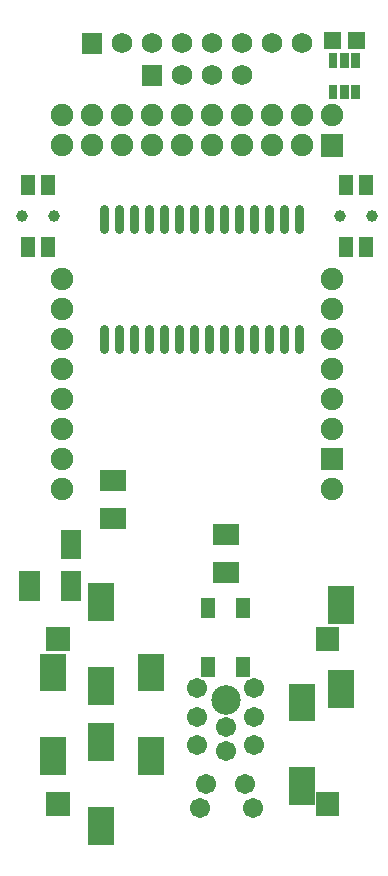
<source format=gts>
G04 Layer: TopSolderMaskLayer*
G04 EasyEDA v6.3.53, 2020-06-09T14:14:43+03:00*
G04 a51f4f2b25e24b5fbe4c92ec4cc42c38,99c43f6f433d4c2593b99c8e01114625,10*
G04 Gerber Generator version 0.2*
G04 Scale: 100 percent, Rotated: No, Reflected: No *
G04 Dimensions in millimeters *
G04 leading zeros omitted , absolute positions ,3 integer and 3 decimal *
%FSLAX33Y33*%
%MOMM*%
G90*
G71D02*

%ADD46C,0.803199*%
%ADD47C,1.703197*%
%ADD48C,2.503195*%
%ADD51C,1.903197*%
%ADD55C,1.727200*%
%ADD59C,1.003198*%

%LPD*%
G54D46*
G01X24003Y57088D02*
G01X24003Y55388D01*
G01X22733Y57088D02*
G01X22733Y55388D01*
G01X21463Y57088D02*
G01X21463Y55388D01*
G01X20193Y57088D02*
G01X20193Y55388D01*
G01X18923Y57088D02*
G01X18923Y55388D01*
G01X17653Y57088D02*
G01X17653Y55388D01*
G01X16383Y57088D02*
G01X16383Y55388D01*
G01X15113Y57088D02*
G01X15113Y55388D01*
G01X13843Y57088D02*
G01X13843Y55388D01*
G01X12573Y57088D02*
G01X12573Y55388D01*
G01X11303Y57088D02*
G01X11303Y55388D01*
G01X10033Y57088D02*
G01X10033Y55388D01*
G01X8763Y57088D02*
G01X8763Y55388D01*
G01X7493Y57088D02*
G01X7493Y55388D01*
G01X24003Y46973D02*
G01X24003Y45273D01*
G01X22733Y46973D02*
G01X22733Y45273D01*
G01X21463Y46973D02*
G01X21463Y45273D01*
G01X20193Y46973D02*
G01X20193Y45273D01*
G01X18923Y46973D02*
G01X18923Y45273D01*
G01X17653Y46973D02*
G01X17653Y45273D01*
G01X16383Y46973D02*
G01X16383Y45273D01*
G01X15113Y46973D02*
G01X15113Y45273D01*
G01X13843Y46973D02*
G01X13843Y45273D01*
G01X12573Y46973D02*
G01X12573Y45273D01*
G01X11303Y46973D02*
G01X11303Y45273D01*
G01X10033Y46973D02*
G01X10033Y45273D01*
G01X8763Y46973D02*
G01X8763Y45273D01*
G01X7493Y46973D02*
G01X7493Y45273D01*
G54D47*
G01X15367Y16510D03*
G01X15367Y11684D03*
G01X20193Y16510D03*
G01X20193Y11684D03*
G54D48*
G01X17780Y15494D03*
G54D47*
G01X16129Y8382D03*
G01X19431Y8382D03*
G01X17780Y13208D03*
G01X15367Y14097D03*
G01X20193Y14097D03*
G01X15621Y6350D03*
G01X20066Y6350D03*
G01X17780Y11176D03*
G36*
G01X2583Y5715D02*
G01X2583Y7716D01*
G01X4584Y7716D01*
G01X4584Y5715D01*
G01X2583Y5715D01*
G37*
G36*
G01X2583Y19715D02*
G01X2583Y21717D01*
G01X4584Y21717D01*
G01X4584Y19715D01*
G01X2583Y19715D01*
G37*
G36*
G01X25387Y5715D02*
G01X25387Y7716D01*
G01X27388Y7716D01*
G01X27388Y5715D01*
G01X25387Y5715D01*
G37*
G36*
G01X25387Y19715D02*
G01X25387Y21717D01*
G01X27388Y21717D01*
G01X27388Y19715D01*
G01X25387Y19715D01*
G37*
G36*
G01X25844Y61531D02*
G01X25844Y63436D01*
G01X27749Y63436D01*
G01X27749Y61531D01*
G01X25844Y61531D01*
G37*
G54D51*
G01X26797Y65024D03*
G01X24257Y62484D03*
G01X24257Y65024D03*
G01X21717Y62484D03*
G01X21717Y65024D03*
G01X19177Y62484D03*
G01X19177Y65024D03*
G01X16637Y62484D03*
G01X16637Y65024D03*
G01X14097Y62484D03*
G01X14097Y65024D03*
G01X11557Y62484D03*
G01X11557Y65024D03*
G01X9017Y62484D03*
G01X9017Y65024D03*
G01X6477Y62484D03*
G01X6477Y65024D03*
G01X3937Y62484D03*
G01X3937Y65024D03*
G36*
G01X28125Y70667D02*
G01X28125Y72077D01*
G01X29535Y72077D01*
G01X29535Y70667D01*
G01X28125Y70667D01*
G37*
G36*
G01X26144Y70667D02*
G01X26144Y72077D01*
G01X27553Y72077D01*
G01X27553Y70667D01*
G01X26144Y70667D01*
G37*
G01X3937Y33401D03*
G01X3937Y35941D03*
G01X3937Y38481D03*
G01X3937Y41021D03*
G01X3937Y43561D03*
G01X3937Y46101D03*
G01X3937Y48641D03*
G01X3937Y51181D03*
G01X26797Y33401D03*
G36*
G01X25844Y34988D02*
G01X25844Y36893D01*
G01X27749Y36893D01*
G01X27749Y34988D01*
G01X25844Y34988D01*
G37*
G01X26797Y38481D03*
G01X26797Y41021D03*
G01X26797Y43561D03*
G01X26797Y46101D03*
G01X26797Y48641D03*
G01X26797Y51181D03*
G36*
G01X15679Y17477D02*
G01X15679Y19179D01*
G01X16880Y19179D01*
G01X16880Y17477D01*
G01X15679Y17477D01*
G37*
G36*
G01X18679Y17477D02*
G01X18679Y19179D01*
G01X19880Y19179D01*
G01X19880Y17477D01*
G01X18679Y17477D01*
G37*
G36*
G01X18679Y22476D02*
G01X18679Y24180D01*
G01X19880Y24180D01*
G01X19880Y22476D01*
G01X18679Y22476D01*
G37*
G36*
G01X15679Y22476D02*
G01X15679Y24180D01*
G01X16880Y24180D01*
G01X16880Y22476D01*
G01X15679Y22476D01*
G37*
G36*
G01X16677Y28638D02*
G01X16677Y30441D01*
G01X18882Y30441D01*
G01X18882Y28638D01*
G01X16677Y28638D01*
G37*
G36*
G01X16677Y25438D02*
G01X16677Y27241D01*
G01X18882Y27241D01*
G01X18882Y25438D01*
G01X16677Y25438D01*
G37*
G54D55*
G01X14096Y71114D03*
G01X16636Y71114D03*
G01X19176Y71114D03*
G01X21716Y71114D03*
G01X11556Y71114D03*
G01X9016Y71114D03*
G36*
G01X5613Y70251D02*
G01X5613Y71978D01*
G01X7340Y71978D01*
G01X7340Y70251D01*
G01X5613Y70251D01*
G37*
G01X24258Y71125D03*
G36*
G01X320Y23921D02*
G01X320Y26426D01*
G01X2021Y26426D01*
G01X2021Y23921D01*
G01X320Y23921D01*
G37*
G36*
G01X3820Y23921D02*
G01X3820Y26426D01*
G01X5521Y26426D01*
G01X5521Y23921D01*
G01X3820Y23921D01*
G37*
G36*
G01X3820Y27421D02*
G01X3820Y29926D01*
G01X5521Y29926D01*
G01X5521Y27421D01*
G01X3820Y27421D01*
G37*
G36*
G01X28387Y69075D02*
G01X28387Y70279D01*
G01X29138Y70279D01*
G01X29138Y69075D01*
G01X28387Y69075D01*
G37*
G36*
G01X27437Y69075D02*
G01X27437Y70279D01*
G01X28188Y70279D01*
G01X28188Y69075D01*
G01X27437Y69075D01*
G37*
G36*
G01X26487Y69075D02*
G01X26487Y70279D01*
G01X27238Y70279D01*
G01X27238Y69075D01*
G01X26487Y69075D01*
G37*
G36*
G01X26487Y66375D02*
G01X26487Y67579D01*
G01X27238Y67579D01*
G01X27238Y66375D01*
G01X26487Y66375D01*
G37*
G36*
G01X28387Y66375D02*
G01X28387Y67579D01*
G01X29138Y67579D01*
G01X29138Y66375D01*
G01X28387Y66375D01*
G37*
G36*
G01X27437Y66375D02*
G01X27437Y67579D01*
G01X28188Y67579D01*
G01X28188Y66375D01*
G01X27437Y66375D01*
G37*
G36*
G01X7152Y33210D02*
G01X7152Y35013D01*
G01X9357Y35013D01*
G01X9357Y33210D01*
G01X7152Y33210D01*
G37*
G36*
G01X7152Y30010D02*
G01X7152Y31813D01*
G01X9357Y31813D01*
G01X9357Y30010D01*
G01X7152Y30010D01*
G37*
G36*
G01X441Y58262D02*
G01X441Y59966D01*
G01X1643Y59966D01*
G01X1643Y58262D01*
G01X441Y58262D01*
G37*
G36*
G01X2141Y58262D02*
G01X2141Y59966D01*
G01X3345Y59966D01*
G01X3345Y58262D01*
G01X2141Y58262D01*
G37*
G36*
G01X441Y53063D02*
G01X441Y54767D01*
G01X1643Y54767D01*
G01X1643Y53063D01*
G01X441Y53063D01*
G37*
G36*
G01X2141Y53063D02*
G01X2141Y54767D01*
G01X3345Y54767D01*
G01X3345Y53063D01*
G01X2141Y53063D01*
G37*
G54D59*
G01X543Y56515D03*
G01X3243Y56515D03*
G36*
G01X29090Y53063D02*
G01X29090Y54767D01*
G01X30292Y54767D01*
G01X30292Y53063D01*
G01X29090Y53063D01*
G37*
G36*
G01X27388Y53063D02*
G01X27388Y54767D01*
G01X28592Y54767D01*
G01X28592Y53063D01*
G01X27388Y53063D01*
G37*
G36*
G01X29090Y58262D02*
G01X29090Y59966D01*
G01X30292Y59966D01*
G01X30292Y58262D01*
G01X29090Y58262D01*
G37*
G36*
G01X27388Y58262D02*
G01X27388Y59966D01*
G01X28592Y59966D01*
G01X28592Y58262D01*
G01X27388Y58262D01*
G37*
G01X30190Y56515D03*
G01X27490Y56515D03*
G36*
G01X10693Y67536D02*
G01X10693Y69263D01*
G01X12420Y69263D01*
G01X12420Y67536D01*
G01X10693Y67536D01*
G37*
G54D55*
G01X14097Y68399D03*
G01X16637Y68399D03*
G01X19177Y68399D03*
G36*
G01X2072Y9149D02*
G01X2072Y12352D01*
G01X4277Y12352D01*
G01X4277Y9149D01*
G01X2072Y9149D01*
G37*
G36*
G01X2072Y16248D02*
G01X2072Y19451D01*
G01X4277Y19451D01*
G01X4277Y16248D01*
G01X2072Y16248D01*
G37*
G36*
G01X6136Y15118D02*
G01X6136Y18321D01*
G01X8341Y18321D01*
G01X8341Y15118D01*
G01X6136Y15118D01*
G37*
G36*
G01X6136Y22217D02*
G01X6136Y25420D01*
G01X8341Y25420D01*
G01X8341Y22217D01*
G01X6136Y22217D01*
G37*
G36*
G01X6136Y3253D02*
G01X6136Y6456D01*
G01X8341Y6456D01*
G01X8341Y3253D01*
G01X6136Y3253D01*
G37*
G36*
G01X6136Y10353D02*
G01X6136Y13555D01*
G01X8341Y13555D01*
G01X8341Y10353D01*
G01X6136Y10353D01*
G37*
G36*
G01X10327Y9149D02*
G01X10327Y12352D01*
G01X12532Y12352D01*
G01X12532Y9149D01*
G01X10327Y9149D01*
G37*
G36*
G01X10327Y16248D02*
G01X10327Y19451D01*
G01X12532Y19451D01*
G01X12532Y16248D01*
G01X10327Y16248D01*
G37*
G36*
G01X23154Y6609D02*
G01X23154Y9812D01*
G01X25359Y9812D01*
G01X25359Y6609D01*
G01X23154Y6609D01*
G37*
G36*
G01X23154Y13708D02*
G01X23154Y16911D01*
G01X25359Y16911D01*
G01X25359Y13708D01*
G01X23154Y13708D01*
G37*
G36*
G01X26456Y14864D02*
G01X26456Y18067D01*
G01X28661Y18067D01*
G01X28661Y14864D01*
G01X26456Y14864D01*
G37*
G36*
G01X26456Y21963D02*
G01X26456Y25166D01*
G01X28661Y25166D01*
G01X28661Y21963D01*
G01X26456Y21963D01*
G37*
M00*
M02*

</source>
